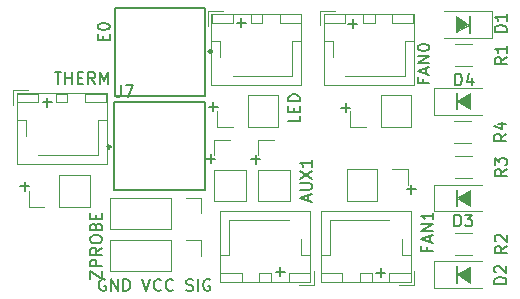
<source format=gbr>
%TF.GenerationSoftware,KiCad,Pcbnew,(5.1.7)-1*%
%TF.CreationDate,2020-11-24T01:41:10-06:00*%
%TF.ProjectId,3DP_HotEnd_Breakout,3344505f-486f-4744-956e-645f42726561,rev?*%
%TF.SameCoordinates,Original*%
%TF.FileFunction,Legend,Top*%
%TF.FilePolarity,Positive*%
%FSLAX46Y46*%
G04 Gerber Fmt 4.6, Leading zero omitted, Abs format (unit mm)*
G04 Created by KiCad (PCBNEW (5.1.7)-1) date 2020-11-24 01:41:10*
%MOMM*%
%LPD*%
G01*
G04 APERTURE LIST*
%ADD10C,0.150000*%
%ADD11C,0.200000*%
%ADD12C,0.120000*%
%ADD13C,0.100000*%
%ADD14C,0.250000*%
G04 APERTURE END LIST*
D10*
X-2105952Y-10346428D02*
X-1344047Y-10346428D01*
X-1725000Y-10727380D02*
X-1725000Y-9965476D01*
X6394047Y-10421428D02*
X7155952Y-10421428D01*
X6775000Y-10802380D02*
X6775000Y-10040476D01*
X4044047Y10628571D02*
X4805952Y10628571D01*
X4425000Y10247619D02*
X4425000Y11009523D01*
X-5430952Y10728571D02*
X-4669047Y10728571D01*
X-5050000Y10347619D02*
X-5050000Y11109523D01*
X-21830952Y4003571D02*
X-21069047Y4003571D01*
X-21450000Y3622619D02*
X-21450000Y4384523D01*
X-23730952Y-3096428D02*
X-22969047Y-3096428D01*
X-23350000Y-3477380D02*
X-23350000Y-2715476D01*
X-7980952Y-771428D02*
X-7219047Y-771428D01*
X-7600000Y-1152380D02*
X-7600000Y-390476D01*
X-7780952Y3603571D02*
X-7019047Y3603571D01*
X-7400000Y3222619D02*
X-7400000Y3984523D01*
X-4205952Y-821428D02*
X-3444047Y-821428D01*
X-3825000Y-1202380D02*
X-3825000Y-440476D01*
X8969047Y-3371428D02*
X9730952Y-3371428D01*
X9350000Y-3752380D02*
X9350000Y-2990476D01*
X3419047Y3528571D02*
X4180952Y3528571D01*
X3800000Y3147619D02*
X3800000Y3909523D01*
X-16541666Y-11025000D02*
X-16636904Y-10977380D01*
X-16779761Y-10977380D01*
X-16922619Y-11025000D01*
X-17017857Y-11120238D01*
X-17065476Y-11215476D01*
X-17113095Y-11405952D01*
X-17113095Y-11548809D01*
X-17065476Y-11739285D01*
X-17017857Y-11834523D01*
X-16922619Y-11929761D01*
X-16779761Y-11977380D01*
X-16684523Y-11977380D01*
X-16541666Y-11929761D01*
X-16494047Y-11882142D01*
X-16494047Y-11548809D01*
X-16684523Y-11548809D01*
X-16065476Y-11977380D02*
X-16065476Y-10977380D01*
X-15494047Y-11977380D01*
X-15494047Y-10977380D01*
X-15017857Y-11977380D02*
X-15017857Y-10977380D01*
X-14779761Y-10977380D01*
X-14636904Y-11025000D01*
X-14541666Y-11120238D01*
X-14494047Y-11215476D01*
X-14446428Y-11405952D01*
X-14446428Y-11548809D01*
X-14494047Y-11739285D01*
X-14541666Y-11834523D01*
X-14636904Y-11929761D01*
X-14779761Y-11977380D01*
X-15017857Y-11977380D01*
X-13398809Y-10977380D02*
X-13065476Y-11977380D01*
X-12732142Y-10977380D01*
X-11827380Y-11882142D02*
X-11875000Y-11929761D01*
X-12017857Y-11977380D01*
X-12113095Y-11977380D01*
X-12255952Y-11929761D01*
X-12351190Y-11834523D01*
X-12398809Y-11739285D01*
X-12446428Y-11548809D01*
X-12446428Y-11405952D01*
X-12398809Y-11215476D01*
X-12351190Y-11120238D01*
X-12255952Y-11025000D01*
X-12113095Y-10977380D01*
X-12017857Y-10977380D01*
X-11875000Y-11025000D01*
X-11827380Y-11072619D01*
X-10827380Y-11882142D02*
X-10875000Y-11929761D01*
X-11017857Y-11977380D01*
X-11113095Y-11977380D01*
X-11255952Y-11929761D01*
X-11351190Y-11834523D01*
X-11398809Y-11739285D01*
X-11446428Y-11548809D01*
X-11446428Y-11405952D01*
X-11398809Y-11215476D01*
X-11351190Y-11120238D01*
X-11255952Y-11025000D01*
X-11113095Y-10977380D01*
X-11017857Y-10977380D01*
X-10875000Y-11025000D01*
X-10827380Y-11072619D01*
X-9684523Y-11929761D02*
X-9541666Y-11977380D01*
X-9303571Y-11977380D01*
X-9208333Y-11929761D01*
X-9160714Y-11882142D01*
X-9113095Y-11786904D01*
X-9113095Y-11691666D01*
X-9160714Y-11596428D01*
X-9208333Y-11548809D01*
X-9303571Y-11501190D01*
X-9494047Y-11453571D01*
X-9589285Y-11405952D01*
X-9636904Y-11358333D01*
X-9684523Y-11263095D01*
X-9684523Y-11167857D01*
X-9636904Y-11072619D01*
X-9589285Y-11025000D01*
X-9494047Y-10977380D01*
X-9255952Y-10977380D01*
X-9113095Y-11025000D01*
X-8684523Y-11977380D02*
X-8684523Y-10977380D01*
X-7684523Y-11025000D02*
X-7779761Y-10977380D01*
X-7922619Y-10977380D01*
X-8065476Y-11025000D01*
X-8160714Y-11120238D01*
X-8208333Y-11215476D01*
X-8255952Y-11405952D01*
X-8255952Y-11548809D01*
X-8208333Y-11739285D01*
X-8160714Y-11834523D01*
X-8065476Y-11929761D01*
X-7922619Y-11977380D01*
X-7827380Y-11977380D01*
X-7684523Y-11929761D01*
X-7636904Y-11882142D01*
X-7636904Y-11548809D01*
X-7827380Y-11548809D01*
X-17819619Y-10937523D02*
X-17819619Y-10270857D01*
X-16819619Y-10937523D01*
X-16819619Y-10270857D01*
X-16819619Y-9889904D02*
X-17819619Y-9889904D01*
X-17819619Y-9508952D01*
X-17772000Y-9413714D01*
X-17724380Y-9366095D01*
X-17629142Y-9318476D01*
X-17486285Y-9318476D01*
X-17391047Y-9366095D01*
X-17343428Y-9413714D01*
X-17295809Y-9508952D01*
X-17295809Y-9889904D01*
X-16819619Y-8318476D02*
X-17295809Y-8651809D01*
X-16819619Y-8889904D02*
X-17819619Y-8889904D01*
X-17819619Y-8508952D01*
X-17772000Y-8413714D01*
X-17724380Y-8366095D01*
X-17629142Y-8318476D01*
X-17486285Y-8318476D01*
X-17391047Y-8366095D01*
X-17343428Y-8413714D01*
X-17295809Y-8508952D01*
X-17295809Y-8889904D01*
X-17819619Y-7699428D02*
X-17819619Y-7508952D01*
X-17772000Y-7413714D01*
X-17676761Y-7318476D01*
X-17486285Y-7270857D01*
X-17152952Y-7270857D01*
X-16962476Y-7318476D01*
X-16867238Y-7413714D01*
X-16819619Y-7508952D01*
X-16819619Y-7699428D01*
X-16867238Y-7794666D01*
X-16962476Y-7889904D01*
X-17152952Y-7937523D01*
X-17486285Y-7937523D01*
X-17676761Y-7889904D01*
X-17772000Y-7794666D01*
X-17819619Y-7699428D01*
X-17343428Y-6508952D02*
X-17295809Y-6366095D01*
X-17248190Y-6318476D01*
X-17152952Y-6270857D01*
X-17010095Y-6270857D01*
X-16914857Y-6318476D01*
X-16867238Y-6366095D01*
X-16819619Y-6461333D01*
X-16819619Y-6842285D01*
X-17819619Y-6842285D01*
X-17819619Y-6508952D01*
X-17772000Y-6413714D01*
X-17724380Y-6366095D01*
X-17629142Y-6318476D01*
X-17533904Y-6318476D01*
X-17438666Y-6366095D01*
X-17391047Y-6413714D01*
X-17343428Y-6508952D01*
X-17343428Y-6842285D01*
X-17343428Y-5842285D02*
X-17343428Y-5508952D01*
X-16819619Y-5366095D02*
X-16819619Y-5842285D01*
X-17819619Y-5842285D01*
X-17819619Y-5366095D01*
X-16696428Y9284523D02*
X-16696428Y9617857D01*
X-16172619Y9760714D02*
X-16172619Y9284523D01*
X-17172619Y9284523D01*
X-17172619Y9760714D01*
X-17172619Y10379761D02*
X-17172619Y10475000D01*
X-17125000Y10570238D01*
X-17077380Y10617857D01*
X-16982142Y10665476D01*
X-16791666Y10713095D01*
X-16553571Y10713095D01*
X-16363095Y10665476D01*
X-16267857Y10617857D01*
X-16220238Y10570238D01*
X-16172619Y10475000D01*
X-16172619Y10379761D01*
X-16220238Y10284523D01*
X-16267857Y10236904D01*
X-16363095Y10189285D01*
X-16553571Y10141666D01*
X-16791666Y10141666D01*
X-16982142Y10189285D01*
X-17077380Y10236904D01*
X-17125000Y10284523D01*
X-17172619Y10379761D01*
X641666Y-4314285D02*
X641666Y-3838095D01*
X927380Y-4409523D02*
X-72619Y-4076190D01*
X927380Y-3742857D01*
X-72619Y-3409523D02*
X736904Y-3409523D01*
X832142Y-3361904D01*
X879761Y-3314285D01*
X927380Y-3219047D01*
X927380Y-3028571D01*
X879761Y-2933333D01*
X832142Y-2885714D01*
X736904Y-2838095D01*
X-72619Y-2838095D01*
X-72619Y-2457142D02*
X927380Y-1790476D01*
X-72619Y-1790476D02*
X927380Y-2457142D01*
X927380Y-885714D02*
X927380Y-1457142D01*
X927380Y-1171428D02*
X-72619Y-1171428D01*
X70238Y-1266666D01*
X165476Y-1361904D01*
X213095Y-1457142D01*
D11*
X-47619Y2857142D02*
X-47619Y2380952D01*
X-1047619Y2380952D01*
X-571428Y3190476D02*
X-571428Y3523809D01*
X-47619Y3666666D02*
X-47619Y3190476D01*
X-1047619Y3190476D01*
X-1047619Y3666666D01*
X-47619Y4095238D02*
X-1047619Y4095238D01*
X-1047619Y4333333D01*
X-1000000Y4476190D01*
X-904761Y4571428D01*
X-809523Y4619047D01*
X-619047Y4666666D01*
X-476190Y4666666D01*
X-285714Y4619047D01*
X-190476Y4571428D01*
X-95238Y4476190D01*
X-47619Y4333333D01*
X-47619Y4095238D01*
D10*
X10378571Y5964285D02*
X10378571Y5630952D01*
X10902380Y5630952D02*
X9902380Y5630952D01*
X9902380Y6107142D01*
X10616666Y6440476D02*
X10616666Y6916666D01*
X10902380Y6345238D02*
X9902380Y6678571D01*
X10902380Y7011904D01*
X10902380Y7345238D02*
X9902380Y7345238D01*
X10902380Y7916666D01*
X9902380Y7916666D01*
X9902380Y8583333D02*
X9902380Y8678571D01*
X9950000Y8773809D01*
X9997619Y8821428D01*
X10092857Y8869047D01*
X10283333Y8916666D01*
X10521428Y8916666D01*
X10711904Y8869047D01*
X10807142Y8821428D01*
X10854761Y8773809D01*
X10902380Y8678571D01*
X10902380Y8583333D01*
X10854761Y8488095D01*
X10807142Y8440476D01*
X10711904Y8392857D01*
X10521428Y8345238D01*
X10283333Y8345238D01*
X10092857Y8392857D01*
X9997619Y8440476D01*
X9950000Y8488095D01*
X9902380Y8583333D01*
X10678571Y-8285714D02*
X10678571Y-8619047D01*
X11202380Y-8619047D02*
X10202380Y-8619047D01*
X10202380Y-8142857D01*
X10916666Y-7809523D02*
X10916666Y-7333333D01*
X11202380Y-7904761D02*
X10202380Y-7571428D01*
X11202380Y-7238095D01*
X11202380Y-6904761D02*
X10202380Y-6904761D01*
X11202380Y-6333333D01*
X10202380Y-6333333D01*
X11202380Y-5333333D02*
X11202380Y-5904761D01*
X11202380Y-5619047D02*
X10202380Y-5619047D01*
X10345238Y-5714285D01*
X10440476Y-5809523D01*
X10488095Y-5904761D01*
D11*
X-20833333Y6547619D02*
X-20261904Y6547619D01*
X-20547619Y5547619D02*
X-20547619Y6547619D01*
X-19928571Y5547619D02*
X-19928571Y6547619D01*
X-19928571Y6071428D02*
X-19357142Y6071428D01*
X-19357142Y5547619D02*
X-19357142Y6547619D01*
X-18880952Y6071428D02*
X-18547619Y6071428D01*
X-18404761Y5547619D02*
X-18880952Y5547619D01*
X-18880952Y6547619D01*
X-18404761Y6547619D01*
X-17404761Y5547619D02*
X-17738095Y6023809D01*
X-17976190Y5547619D02*
X-17976190Y6547619D01*
X-17595238Y6547619D01*
X-17500000Y6500000D01*
X-17452380Y6452380D01*
X-17404761Y6357142D01*
X-17404761Y6214285D01*
X-17452380Y6119047D01*
X-17500000Y6071428D01*
X-17595238Y6023809D01*
X-17976190Y6023809D01*
X-16976190Y5547619D02*
X-16976190Y6547619D01*
X-16642857Y5833333D01*
X-16309523Y6547619D01*
X-16309523Y5547619D01*
D12*
%TO.C,R4*%
X14452064Y590000D02*
X12997936Y590000D01*
X14452064Y2410000D02*
X12997936Y2410000D01*
%TO.C,R3*%
X14477064Y-2410000D02*
X13022936Y-2410000D01*
X14477064Y-590000D02*
X13022936Y-590000D01*
%TO.C,R2*%
X14477064Y-8910000D02*
X13022936Y-8910000D01*
X14477064Y-7090000D02*
X13022936Y-7090000D01*
%TO.C,R1*%
X13022936Y8910000D02*
X14477064Y8910000D01*
X13022936Y7090000D02*
X14477064Y7090000D01*
%TO.C,D4*%
X11290000Y2965000D02*
X15350000Y2965000D01*
X11290000Y5235000D02*
X11290000Y2965000D01*
X15350000Y5235000D02*
X11290000Y5235000D01*
X14325000Y4750000D02*
X14325000Y3450000D01*
X14325000Y3450000D02*
X14325000Y3425000D01*
X14325000Y3425000D02*
X13275000Y4125000D01*
X13275000Y4125000D02*
X14325000Y4750000D01*
X13250000Y4800000D02*
X13250000Y3425000D01*
D13*
G36*
X14325000Y4500000D02*
G01*
X14325000Y3425000D01*
X13325000Y4150000D01*
X14325000Y4725000D01*
X14325000Y4500000D01*
G37*
X14325000Y4500000D02*
X14325000Y3425000D01*
X13325000Y4150000D01*
X14325000Y4725000D01*
X14325000Y4500000D01*
D12*
X13175000Y4800000D02*
X13175000Y3425000D01*
%TO.C,D3*%
X11290000Y-5235000D02*
X15350000Y-5235000D01*
X11290000Y-2965000D02*
X11290000Y-5235000D01*
X15350000Y-2965000D02*
X11290000Y-2965000D01*
X14325000Y-3450000D02*
X14325000Y-4750000D01*
X14325000Y-4750000D02*
X14325000Y-4775000D01*
X14325000Y-4775000D02*
X13275000Y-4075000D01*
X13275000Y-4075000D02*
X14325000Y-3450000D01*
X13250000Y-3400000D02*
X13250000Y-4775000D01*
D13*
G36*
X14325000Y-3700000D02*
G01*
X14325000Y-4775000D01*
X13325000Y-4050000D01*
X14325000Y-3475000D01*
X14325000Y-3700000D01*
G37*
X14325000Y-3700000D02*
X14325000Y-4775000D01*
X13325000Y-4050000D01*
X14325000Y-3475000D01*
X14325000Y-3700000D01*
D12*
X13175000Y-3400000D02*
X13175000Y-4775000D01*
%TO.C,D2*%
X11290000Y-11735000D02*
X15350000Y-11735000D01*
X11290000Y-9465000D02*
X11290000Y-11735000D01*
X15350000Y-9465000D02*
X11290000Y-9465000D01*
X14325000Y-9950000D02*
X14325000Y-11250000D01*
X14325000Y-11250000D02*
X14325000Y-11275000D01*
X14325000Y-11275000D02*
X13275000Y-10575000D01*
X13275000Y-10575000D02*
X14325000Y-9950000D01*
X13250000Y-9900000D02*
X13250000Y-11275000D01*
D13*
G36*
X14325000Y-10200000D02*
G01*
X14325000Y-11275000D01*
X13325000Y-10550000D01*
X14325000Y-9975000D01*
X14325000Y-10200000D01*
G37*
X14325000Y-10200000D02*
X14325000Y-11275000D01*
X13325000Y-10550000D01*
X14325000Y-9975000D01*
X14325000Y-10200000D01*
D12*
X13175000Y-9900000D02*
X13175000Y-11275000D01*
%TO.C,D1*%
X16210000Y11735000D02*
X12150000Y11735000D01*
X16210000Y9465000D02*
X16210000Y11735000D01*
X12150000Y9465000D02*
X16210000Y9465000D01*
X13175000Y9950000D02*
X13175000Y11250000D01*
X13175000Y11250000D02*
X13175000Y11275000D01*
X13175000Y11275000D02*
X14225000Y10575000D01*
X14225000Y10575000D02*
X13175000Y9950000D01*
X14250000Y9900000D02*
X14250000Y11275000D01*
D13*
G36*
X13175000Y10200000D02*
G01*
X13175000Y11275000D01*
X14175000Y10550000D01*
X13175000Y9975000D01*
X13175000Y10200000D01*
G37*
X13175000Y10200000D02*
X13175000Y11275000D01*
X14175000Y10550000D01*
X13175000Y9975000D01*
X13175000Y10200000D01*
D12*
X14325000Y9900000D02*
X14325000Y11275000D01*
%TO.C,J2*%
X1940000Y11465000D02*
X1940000Y5495000D01*
X1940000Y5495000D02*
X9560000Y5495000D01*
X9560000Y5495000D02*
X9560000Y11465000D01*
X9560000Y11465000D02*
X1940000Y11465000D01*
X5250000Y11455000D02*
X5250000Y10705000D01*
X5250000Y10705000D02*
X6250000Y10705000D01*
X6250000Y10705000D02*
X6250000Y11455000D01*
X6250000Y11455000D02*
X5250000Y11455000D01*
X1950000Y11455000D02*
X1950000Y10705000D01*
X1950000Y10705000D02*
X3750000Y10705000D01*
X3750000Y10705000D02*
X3750000Y11455000D01*
X3750000Y11455000D02*
X1950000Y11455000D01*
X7750000Y11455000D02*
X7750000Y10705000D01*
X7750000Y10705000D02*
X9550000Y10705000D01*
X9550000Y10705000D02*
X9550000Y11455000D01*
X9550000Y11455000D02*
X7750000Y11455000D01*
X1950000Y9205000D02*
X2700000Y9205000D01*
X2700000Y9205000D02*
X2700000Y7865000D01*
X5750000Y6255000D02*
X3760000Y6255000D01*
X9550000Y9205000D02*
X8800000Y9205000D01*
X8800000Y9205000D02*
X8800000Y6255000D01*
X8800000Y6255000D02*
X5750000Y6255000D01*
X2900000Y11755000D02*
X1650000Y11755000D01*
X1650000Y11755000D02*
X1650000Y10505000D01*
%TO.C,J15*%
X-3580000Y-4370000D02*
X-920000Y-4370000D01*
X-3580000Y-1770000D02*
X-3580000Y-4370000D01*
X-920000Y-1770000D02*
X-920000Y-4370000D01*
X-3580000Y-1770000D02*
X-920000Y-1770000D01*
X-3580000Y-500000D02*
X-3580000Y830000D01*
X-3580000Y830000D02*
X-2250000Y830000D01*
%TO.C,J14*%
X-7330000Y-4370000D02*
X-4670000Y-4370000D01*
X-7330000Y-1770000D02*
X-7330000Y-4370000D01*
X-4670000Y-1770000D02*
X-4670000Y-4370000D01*
X-7330000Y-1770000D02*
X-4670000Y-1770000D01*
X-7330000Y-500000D02*
X-7330000Y830000D01*
X-7330000Y830000D02*
X-6000000Y830000D01*
%TO.C,J11*%
X-7560000Y11460000D02*
X-7560000Y5490000D01*
X-7560000Y5490000D02*
X60000Y5490000D01*
X60000Y5490000D02*
X60000Y11460000D01*
X60000Y11460000D02*
X-7560000Y11460000D01*
X-4250000Y11450000D02*
X-4250000Y10700000D01*
X-4250000Y10700000D02*
X-3250000Y10700000D01*
X-3250000Y10700000D02*
X-3250000Y11450000D01*
X-3250000Y11450000D02*
X-4250000Y11450000D01*
X-7550000Y11450000D02*
X-7550000Y10700000D01*
X-7550000Y10700000D02*
X-5750000Y10700000D01*
X-5750000Y10700000D02*
X-5750000Y11450000D01*
X-5750000Y11450000D02*
X-7550000Y11450000D01*
X-1750000Y11450000D02*
X-1750000Y10700000D01*
X-1750000Y10700000D02*
X50000Y10700000D01*
X50000Y10700000D02*
X50000Y11450000D01*
X50000Y11450000D02*
X-1750000Y11450000D01*
X-7550000Y9200000D02*
X-6800000Y9200000D01*
X-6800000Y9200000D02*
X-6800000Y7860000D01*
X-3750000Y6250000D02*
X-5740000Y6250000D01*
X50000Y9200000D02*
X-700000Y9200000D01*
X-700000Y9200000D02*
X-700000Y6250000D01*
X-700000Y6250000D02*
X-3750000Y6250000D01*
X-6600000Y11750000D02*
X-7850000Y11750000D01*
X-7850000Y11750000D02*
X-7850000Y10500000D01*
%TO.C,J4*%
X9600000Y-11500000D02*
X9600000Y-10250000D01*
X8350000Y-11500000D02*
X9600000Y-11500000D01*
X2450000Y-6000000D02*
X5500000Y-6000000D01*
X2450000Y-8950000D02*
X2450000Y-6000000D01*
X1700000Y-8950000D02*
X2450000Y-8950000D01*
X5500000Y-6000000D02*
X7490000Y-6000000D01*
X8550000Y-8950000D02*
X8550000Y-7610000D01*
X9300000Y-8950000D02*
X8550000Y-8950000D01*
X1700000Y-11200000D02*
X3500000Y-11200000D01*
X1700000Y-10450000D02*
X1700000Y-11200000D01*
X3500000Y-10450000D02*
X1700000Y-10450000D01*
X3500000Y-11200000D02*
X3500000Y-10450000D01*
X7500000Y-11200000D02*
X9300000Y-11200000D01*
X7500000Y-10450000D02*
X7500000Y-11200000D01*
X9300000Y-10450000D02*
X7500000Y-10450000D01*
X9300000Y-11200000D02*
X9300000Y-10450000D01*
X5000000Y-11200000D02*
X6000000Y-11200000D01*
X5000000Y-10450000D02*
X5000000Y-11200000D01*
X6000000Y-10450000D02*
X5000000Y-10450000D01*
X6000000Y-11200000D02*
X6000000Y-10450000D01*
X1690000Y-11210000D02*
X9310000Y-11210000D01*
X1690000Y-5240000D02*
X1690000Y-11210000D01*
X9310000Y-5240000D02*
X1690000Y-5240000D01*
X9310000Y-11210000D02*
X9310000Y-5240000D01*
%TO.C,J13*%
X-24060000Y4745000D02*
X-24060000Y-1225000D01*
X-24060000Y-1225000D02*
X-16440000Y-1225000D01*
X-16440000Y-1225000D02*
X-16440000Y4745000D01*
X-16440000Y4745000D02*
X-24060000Y4745000D01*
X-20750000Y4735000D02*
X-20750000Y3985000D01*
X-20750000Y3985000D02*
X-19750000Y3985000D01*
X-19750000Y3985000D02*
X-19750000Y4735000D01*
X-19750000Y4735000D02*
X-20750000Y4735000D01*
X-24050000Y4735000D02*
X-24050000Y3985000D01*
X-24050000Y3985000D02*
X-22250000Y3985000D01*
X-22250000Y3985000D02*
X-22250000Y4735000D01*
X-22250000Y4735000D02*
X-24050000Y4735000D01*
X-18250000Y4735000D02*
X-18250000Y3985000D01*
X-18250000Y3985000D02*
X-16450000Y3985000D01*
X-16450000Y3985000D02*
X-16450000Y4735000D01*
X-16450000Y4735000D02*
X-18250000Y4735000D01*
X-24050000Y2485000D02*
X-23300000Y2485000D01*
X-23300000Y2485000D02*
X-23300000Y1145000D01*
X-20250000Y-465000D02*
X-22240000Y-465000D01*
X-16450000Y2485000D02*
X-17200000Y2485000D01*
X-17200000Y2485000D02*
X-17200000Y-465000D01*
X-17200000Y-465000D02*
X-20250000Y-465000D01*
X-23100000Y5035000D02*
X-24350000Y5035000D01*
X-24350000Y5035000D02*
X-24350000Y3785000D01*
%TO.C,J10*%
X-1880000Y1920000D02*
X-1880000Y4580000D01*
X-4480000Y1920000D02*
X-1880000Y1920000D01*
X-4480000Y4580000D02*
X-1880000Y4580000D01*
X-4480000Y1920000D02*
X-4480000Y4580000D01*
X-5750000Y1920000D02*
X-7080000Y1920000D01*
X-7080000Y1920000D02*
X-7080000Y3250000D01*
D14*
%TO.C,J7*%
X-16100000Y234999D02*
G75*
G03*
X-16100000Y234999I-125000J0D01*
G01*
D10*
X-15775000Y-3440001D02*
X-15775000Y4009999D01*
X-15775000Y-3440001D02*
X-8125000Y-3440001D01*
X-8125000Y-3440001D02*
X-8125000Y4009999D01*
X-15775000Y4009999D02*
X-8125000Y4009999D01*
D14*
%TO.C,J6*%
X-7520000Y8305000D02*
G75*
G03*
X-7520000Y8305000I-125000J0D01*
G01*
D10*
X-8095000Y11980000D02*
X-8095000Y4530000D01*
X-8095000Y11980000D02*
X-15745000Y11980000D01*
X-15745000Y11980000D02*
X-15745000Y4530000D01*
X-8095000Y4530000D02*
X-15745000Y4530000D01*
D12*
%TO.C,J3*%
X810000Y-11210000D02*
X810000Y-5240000D01*
X810000Y-5240000D02*
X-6810000Y-5240000D01*
X-6810000Y-5240000D02*
X-6810000Y-11210000D01*
X-6810000Y-11210000D02*
X810000Y-11210000D01*
X-2500000Y-11200000D02*
X-2500000Y-10450000D01*
X-2500000Y-10450000D02*
X-3500000Y-10450000D01*
X-3500000Y-10450000D02*
X-3500000Y-11200000D01*
X-3500000Y-11200000D02*
X-2500000Y-11200000D01*
X800000Y-11200000D02*
X800000Y-10450000D01*
X800000Y-10450000D02*
X-1000000Y-10450000D01*
X-1000000Y-10450000D02*
X-1000000Y-11200000D01*
X-1000000Y-11200000D02*
X800000Y-11200000D01*
X-5000000Y-11200000D02*
X-5000000Y-10450000D01*
X-5000000Y-10450000D02*
X-6800000Y-10450000D01*
X-6800000Y-10450000D02*
X-6800000Y-11200000D01*
X-6800000Y-11200000D02*
X-5000000Y-11200000D01*
X800000Y-8950000D02*
X50000Y-8950000D01*
X50000Y-8950000D02*
X50000Y-7610000D01*
X-3000000Y-6000000D02*
X-1010000Y-6000000D01*
X-6800000Y-8950000D02*
X-6050000Y-8950000D01*
X-6050000Y-8950000D02*
X-6050000Y-6000000D01*
X-6050000Y-6000000D02*
X-3000000Y-6000000D01*
X-150000Y-11500000D02*
X1100000Y-11500000D01*
X1100000Y-11500000D02*
X1100000Y-10250000D01*
%TO.C,J12*%
X-23030000Y-4845000D02*
X-23030000Y-3515000D01*
X-21700000Y-4845000D02*
X-23030000Y-4845000D01*
X-20430000Y-4845000D02*
X-20430000Y-2185000D01*
X-20430000Y-2185000D02*
X-17830000Y-2185000D01*
X-20430000Y-4845000D02*
X-17830000Y-4845000D01*
X-17830000Y-4845000D02*
X-17830000Y-2185000D01*
%TO.C,J9*%
X-8420000Y-7654000D02*
X-8420000Y-8984000D01*
X-9750000Y-7654000D02*
X-8420000Y-7654000D01*
X-11020000Y-7654000D02*
X-11020000Y-10314000D01*
X-11020000Y-10314000D02*
X-16160000Y-10314000D01*
X-11020000Y-7654000D02*
X-16160000Y-7654000D01*
X-16160000Y-7654000D02*
X-16160000Y-10314000D01*
%TO.C,J5*%
X9080000Y-1670000D02*
X9080000Y-3000000D01*
X7750000Y-1670000D02*
X9080000Y-1670000D01*
X6480000Y-1670000D02*
X6480000Y-4330000D01*
X6480000Y-4330000D02*
X3880000Y-4330000D01*
X6480000Y-1670000D02*
X3880000Y-1670000D01*
X3880000Y-1670000D02*
X3880000Y-4330000D01*
%TO.C,J1*%
X4170000Y1920000D02*
X4170000Y3250000D01*
X5500000Y1920000D02*
X4170000Y1920000D01*
X6770000Y1920000D02*
X6770000Y4580000D01*
X6770000Y4580000D02*
X9370000Y4580000D01*
X6770000Y1920000D02*
X9370000Y1920000D01*
X9370000Y1920000D02*
X9370000Y4580000D01*
%TO.C,J8*%
X-8420000Y-4068400D02*
X-8420000Y-5398400D01*
X-9750000Y-4068400D02*
X-8420000Y-4068400D01*
X-11020000Y-4068400D02*
X-11020000Y-6728400D01*
X-11020000Y-6728400D02*
X-16160000Y-6728400D01*
X-11020000Y-4068400D02*
X-16160000Y-4068400D01*
X-16160000Y-4068400D02*
X-16160000Y-6728400D01*
%TO.C,R4*%
D10*
X17402380Y1333333D02*
X16926190Y1000000D01*
X17402380Y761904D02*
X16402380Y761904D01*
X16402380Y1142857D01*
X16450000Y1238095D01*
X16497619Y1285714D01*
X16592857Y1333333D01*
X16735714Y1333333D01*
X16830952Y1285714D01*
X16878571Y1238095D01*
X16926190Y1142857D01*
X16926190Y761904D01*
X16735714Y2190476D02*
X17402380Y2190476D01*
X16354761Y1952380D02*
X17069047Y1714285D01*
X17069047Y2333333D01*
%TO.C,R3*%
X17427380Y-1666666D02*
X16951190Y-2000000D01*
X17427380Y-2238095D02*
X16427380Y-2238095D01*
X16427380Y-1857142D01*
X16475000Y-1761904D01*
X16522619Y-1714285D01*
X16617857Y-1666666D01*
X16760714Y-1666666D01*
X16855952Y-1714285D01*
X16903571Y-1761904D01*
X16951190Y-1857142D01*
X16951190Y-2238095D01*
X16427380Y-1333333D02*
X16427380Y-714285D01*
X16808333Y-1047619D01*
X16808333Y-904761D01*
X16855952Y-809523D01*
X16903571Y-761904D01*
X16998809Y-714285D01*
X17236904Y-714285D01*
X17332142Y-761904D01*
X17379761Y-809523D01*
X17427380Y-904761D01*
X17427380Y-1190476D01*
X17379761Y-1285714D01*
X17332142Y-1333333D01*
%TO.C,R2*%
X17427380Y-8166666D02*
X16951190Y-8500000D01*
X17427380Y-8738095D02*
X16427380Y-8738095D01*
X16427380Y-8357142D01*
X16475000Y-8261904D01*
X16522619Y-8214285D01*
X16617857Y-8166666D01*
X16760714Y-8166666D01*
X16855952Y-8214285D01*
X16903571Y-8261904D01*
X16951190Y-8357142D01*
X16951190Y-8738095D01*
X16522619Y-7785714D02*
X16475000Y-7738095D01*
X16427380Y-7642857D01*
X16427380Y-7404761D01*
X16475000Y-7309523D01*
X16522619Y-7261904D01*
X16617857Y-7214285D01*
X16713095Y-7214285D01*
X16855952Y-7261904D01*
X17427380Y-7833333D01*
X17427380Y-7214285D01*
%TO.C,R1*%
X17452380Y7833333D02*
X16976190Y7500000D01*
X17452380Y7261904D02*
X16452380Y7261904D01*
X16452380Y7642857D01*
X16500000Y7738095D01*
X16547619Y7785714D01*
X16642857Y7833333D01*
X16785714Y7833333D01*
X16880952Y7785714D01*
X16928571Y7738095D01*
X16976190Y7642857D01*
X16976190Y7261904D01*
X17452380Y8785714D02*
X17452380Y8214285D01*
X17452380Y8500000D02*
X16452380Y8500000D01*
X16595238Y8404761D01*
X16690476Y8309523D01*
X16738095Y8214285D01*
%TO.C,D4*%
X13086904Y5422619D02*
X13086904Y6422619D01*
X13325000Y6422619D01*
X13467857Y6375000D01*
X13563095Y6279761D01*
X13610714Y6184523D01*
X13658333Y5994047D01*
X13658333Y5851190D01*
X13610714Y5660714D01*
X13563095Y5565476D01*
X13467857Y5470238D01*
X13325000Y5422619D01*
X13086904Y5422619D01*
X14515476Y6089285D02*
X14515476Y5422619D01*
X14277380Y6470238D02*
X14039285Y5755952D01*
X14658333Y5755952D01*
%TO.C,D3*%
X13011904Y-6502380D02*
X13011904Y-5502380D01*
X13250000Y-5502380D01*
X13392857Y-5550000D01*
X13488095Y-5645238D01*
X13535714Y-5740476D01*
X13583333Y-5930952D01*
X13583333Y-6073809D01*
X13535714Y-6264285D01*
X13488095Y-6359523D01*
X13392857Y-6454761D01*
X13250000Y-6502380D01*
X13011904Y-6502380D01*
X13916666Y-5502380D02*
X14535714Y-5502380D01*
X14202380Y-5883333D01*
X14345238Y-5883333D01*
X14440476Y-5930952D01*
X14488095Y-5978571D01*
X14535714Y-6073809D01*
X14535714Y-6311904D01*
X14488095Y-6407142D01*
X14440476Y-6454761D01*
X14345238Y-6502380D01*
X14059523Y-6502380D01*
X13964285Y-6454761D01*
X13916666Y-6407142D01*
%TO.C,D2*%
X17402380Y-11363095D02*
X16402380Y-11363095D01*
X16402380Y-11125000D01*
X16450000Y-10982142D01*
X16545238Y-10886904D01*
X16640476Y-10839285D01*
X16830952Y-10791666D01*
X16973809Y-10791666D01*
X17164285Y-10839285D01*
X17259523Y-10886904D01*
X17354761Y-10982142D01*
X17402380Y-11125000D01*
X17402380Y-11363095D01*
X16497619Y-10410714D02*
X16450000Y-10363095D01*
X16402380Y-10267857D01*
X16402380Y-10029761D01*
X16450000Y-9934523D01*
X16497619Y-9886904D01*
X16592857Y-9839285D01*
X16688095Y-9839285D01*
X16830952Y-9886904D01*
X17402380Y-10458333D01*
X17402380Y-9839285D01*
%TO.C,D1*%
X17427380Y9961904D02*
X16427380Y9961904D01*
X16427380Y10200000D01*
X16475000Y10342857D01*
X16570238Y10438095D01*
X16665476Y10485714D01*
X16855952Y10533333D01*
X16998809Y10533333D01*
X17189285Y10485714D01*
X17284523Y10438095D01*
X17379761Y10342857D01*
X17427380Y10200000D01*
X17427380Y9961904D01*
X17427380Y11485714D02*
X17427380Y10914285D01*
X17427380Y11200000D02*
X16427380Y11200000D01*
X16570238Y11104761D01*
X16665476Y11009523D01*
X16713095Y10914285D01*
%TO.C,J7*%
X-15203690Y5432618D02*
X-15203690Y4718332D01*
X-15251309Y4575475D01*
X-15346547Y4480237D01*
X-15489404Y4432618D01*
X-15584642Y4432618D01*
X-14822738Y5432618D02*
X-14156071Y5432618D01*
X-14584642Y4432618D01*
%TD*%
M02*

</source>
